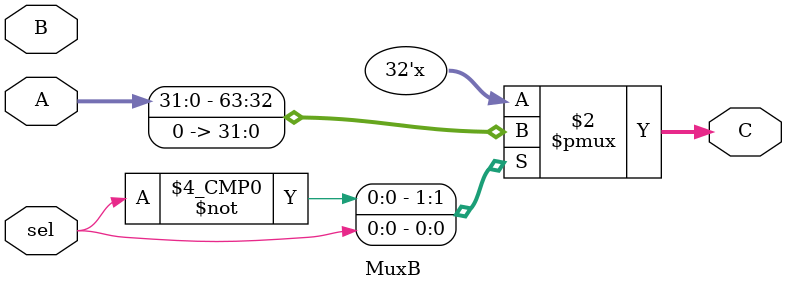
<source format=v>
`timescale 1ns/1ns
module MuxB(
	input [31:0] A,
	input [31:0] B,
	input sel,
	output reg [31:0] C
);
always @* begin
	case(sel)
		1'b0: C = A;
		1'b1: C = 0;
	endcase
end
endmodule

</source>
